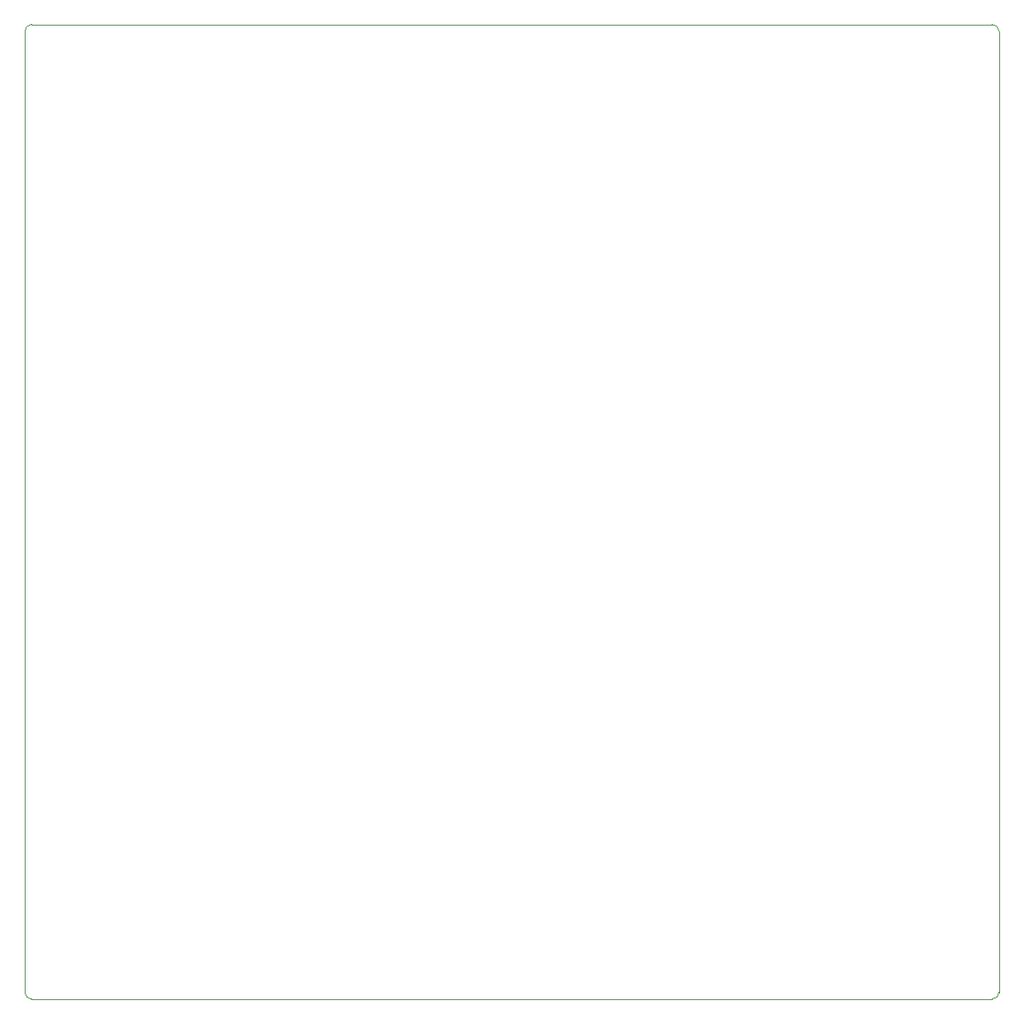
<source format=gbr>
%TF.GenerationSoftware,KiCad,Pcbnew,(5.1.9-0-10_14)*%
%TF.CreationDate,2021-09-07T10:39:34+02:00*%
%TF.ProjectId,n8 bit special,6e382062-6974-4207-9370-656369616c2e,2*%
%TF.SameCoordinates,Original*%
%TF.FileFunction,Profile,NP*%
%FSLAX46Y46*%
G04 Gerber Fmt 4.6, Leading zero omitted, Abs format (unit mm)*
G04 Created by KiCad (PCBNEW (5.1.9-0-10_14)) date 2021-09-07 10:39:34*
%MOMM*%
%LPD*%
G01*
G04 APERTURE LIST*
%TA.AperFunction,Profile*%
%ADD10C,0.100000*%
%TD*%
G04 APERTURE END LIST*
D10*
X87693500Y-139890500D02*
G75*
G02*
X86995000Y-139192000I0J698500D01*
G01*
X186944000Y-139192000D02*
G75*
G02*
X186245500Y-139890500I-698500J0D01*
G01*
X86995000Y-40576500D02*
G75*
G02*
X87693500Y-39878000I698500J0D01*
G01*
X186245500Y-39878000D02*
G75*
G02*
X186944000Y-40576500I0J-698500D01*
G01*
X186944000Y-40576500D02*
X186944000Y-139192000D01*
X87693500Y-39878000D02*
X186245500Y-39878000D01*
X86995000Y-139192000D02*
X86995000Y-40576500D01*
X186245500Y-139890500D02*
X87693500Y-139890500D01*
M02*

</source>
